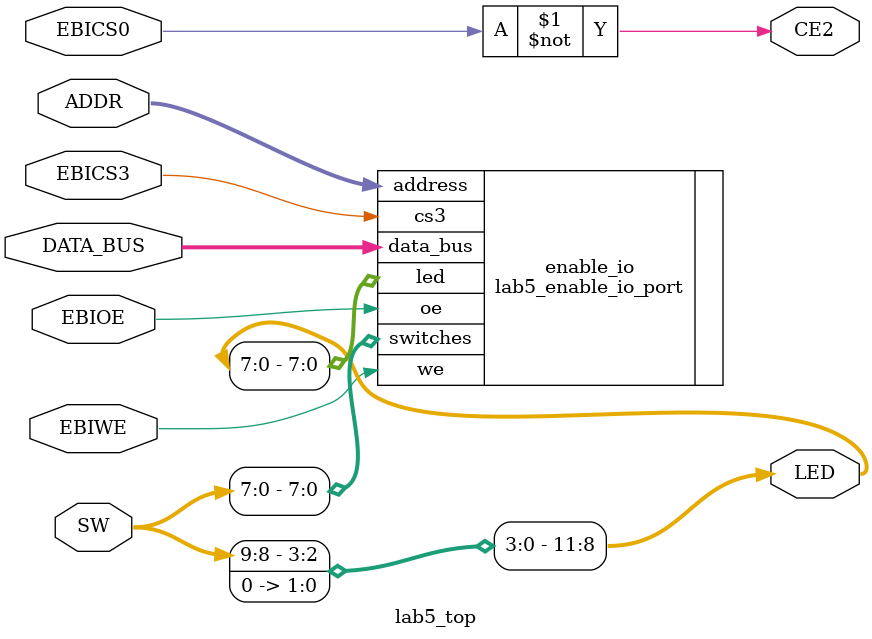
<source format=v>
`timescale 1ns / 1ns
module lab5_top(
	input EBICS0,		 		// CS0 line from EBI
	input EBICS3,		 		// CS3 line from EBI
	input EBIWE,				// WE line from EBI
	input EBIOE,				// OE line from EBI
	input [2:0] ADDR,	 		// EBIA[15:13] address lines
	input [9:0] SW,				// Set of 10 switches on Sidewinder
	output CE2,			 		// Inverted CS0 line
	inout wire [7:0] DATA_BUS,    // Set of 8 lines for data
	output wire [11:0] LED				// Set of 12 LEDs on Sidewinder
);

assign CE2 = ~EBICS0; // Invert CS0 and assign to CE2
assign LED[11:10] = SW[9:8];
assign LED[9:8] = 2'b00;

// Route all required signals for FPGA I/O port
lab5_enable_io_port enable_io(.cs3(EBICS3), .we(EBIWE), .oe(EBIOE), .address(ADDR[2:0]), .switches(SW[7:0]), .data_bus(DATA_BUS[7:0]), .led(LED[7:0]));

endmodule


</source>
